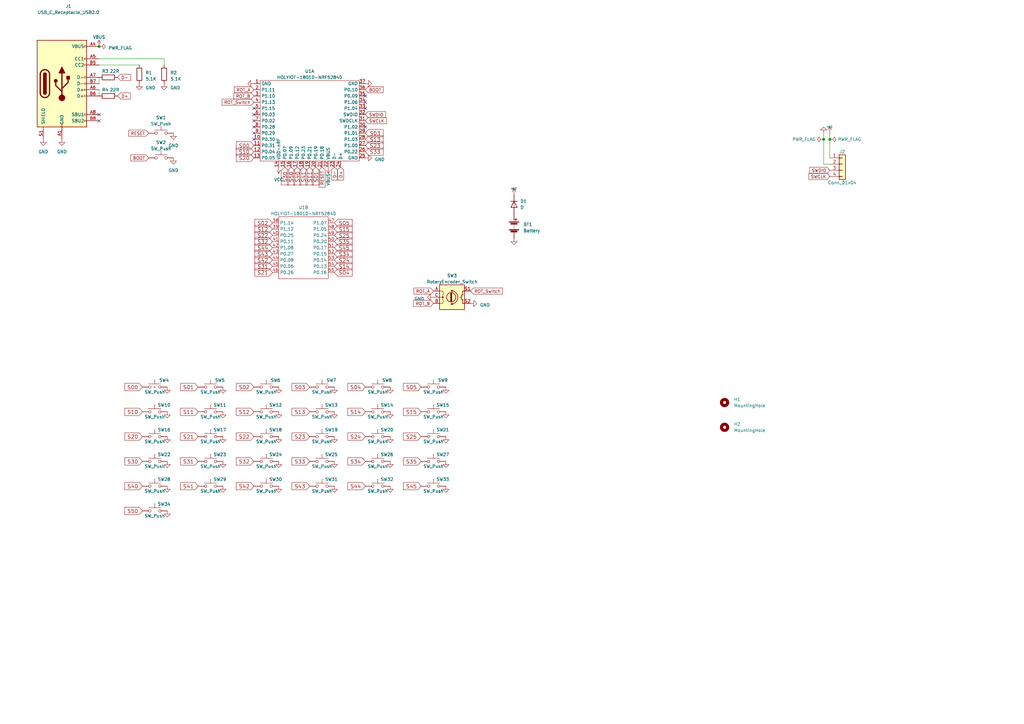
<source format=kicad_sch>
(kicad_sch (version 20210621) (generator eeschema)
  (paper "A3")
  (title_block (date "29 sep 2012"))
  (lib_symbols
    (symbol "Connector:USB_C_Receptacle_USB2.0" (pin_names (offset 1.016))
      (property "Reference" "J" (at -10.16 19.05 0))
      (property "Value" "USB_C_Receptacle_USB2.0" (at 19.05 19.05 0))
      (symbol "USB_C_Receptacle_USB2.0_0_0"
        (rectangle (start -0.254 -17.78) (end 0.254 -16.764))
        (rectangle (start 10.16 -14.986) (end 9.144 -15.494))
        (rectangle (start 10.16 -12.446) (end 9.144 -12.954))
        (rectangle (start 10.16 -4.826) (end 9.144 -5.334))
        (rectangle (start 10.16 -2.286) (end 9.144 -2.794))
        (rectangle (start 10.16 0.254) (end 9.144 -0.254))
        (rectangle (start 10.16 2.794) (end 9.144 2.286))
        (rectangle (start 10.16 7.874) (end 9.144 7.366))
        (rectangle (start 10.16 10.414) (end 9.144 9.906))
        (rectangle (start 10.16 15.494) (end 9.144 14.986))
      )
      (symbol "USB_C_Receptacle_USB2.0_0_1"
        (arc (start -8.89 -3.81) (end -5.08 -3.81) (radius (at -6.985 -3.81) (length 1.905) (angles -179.9 -0.1)) (stroke (width 0.508)))
        (arc (start -7.62 -3.81) (end -6.35 -3.81) (radius (at -6.985 -3.81) (length 0.635) (angles -179.9 -0.1)) (stroke (width 0.254)))
        (arc (start -6.35 3.81) (end -7.62 3.81) (radius (at -6.985 3.81) (length 0.635) (angles 0.1 179.9)) (stroke (width 0.254)))
        (arc (start -5.08 3.81) (end -8.89 3.81) (radius (at -6.985 3.81) (length 1.905) (angles 0.1 179.9)) (stroke (width 0.508)))
        (arc (start -7.62 -3.81) (end -6.35 -3.81) (radius (at -6.985 -3.81) (length 0.635) (angles -179.9 -0.1)) (stroke (width 0.254)) (fill (type outline)))
        (arc (start -6.35 3.81) (end -7.62 3.81) (radius (at -6.985 3.81) (length 0.635) (angles 0.1 179.9)) (stroke (width 0.254)) (fill (type outline)))
        (circle (center -2.54 1.143) (radius 0.635) (stroke (width 0.254)) (fill (type outline)))
        (circle (center 0 -5.842) (radius 1.27) (fill (type outline)))
        (rectangle (start -7.62 -3.81) (end -6.35 3.81) (stroke (width 0.254)) (fill (type outline)))
        (rectangle (start 1.905 1.778) (end 3.175 3.048) (stroke (width 0.254)) (fill (type outline)))
        (rectangle (start -10.16 17.78) (end 10.16 -17.78) (stroke (width 0.254)) (fill (type background)))
        (polyline (pts (xy -8.89 -3.81) (xy -8.89 3.81)) (stroke (width 0.508)))
        (polyline (pts (xy -5.08 3.81) (xy -5.08 -3.81)) (stroke (width 0.508)))
        (polyline (pts (xy 0 -5.842) (xy 0 4.318)) (stroke (width 0.508)))
        (polyline (pts (xy 0 -3.302) (xy -2.54 -0.762) (xy -2.54 0.508)) (stroke (width 0.508)))
        (polyline (pts (xy 0 -2.032) (xy 2.54 0.508) (xy 2.54 1.778)) (stroke (width 0.508)))
        (polyline (pts (xy -1.27 4.318) (xy 0 6.858) (xy 1.27 4.318) (xy -1.27 4.318)) (stroke (width 0.254)) (fill (type outline)))
      )
      (symbol "USB_C_Receptacle_USB2.0_1_1"
        (pin passive line (at 0 -22.86 90) (length 5.08) (name "GND") (number "A1"))
        (pin passive line (at 0 -22.86 90) (length 5.08) hide (name "GND") (number "A12"))
        (pin passive line (at 15.24 15.24 180) (length 5.08) (name "VBUS") (number "A4"))
        (pin bidirectional line (at 15.24 10.16 180) (length 5.08) (name "CC1") (number "A5"))
        (pin bidirectional line (at 15.24 -2.54 180) (length 5.08) (name "D+") (number "A6"))
        (pin bidirectional line (at 15.24 2.54 180) (length 5.08) (name "D-") (number "A7"))
        (pin bidirectional line (at 15.24 -12.7 180) (length 5.08) (name "SBU1") (number "A8"))
        (pin passive line (at 15.24 15.24 180) (length 5.08) hide (name "VBUS") (number "A9"))
        (pin passive line (at 0 -22.86 90) (length 5.08) hide (name "GND") (number "B1"))
        (pin passive line (at 0 -22.86 90) (length 5.08) hide (name "GND") (number "B12"))
        (pin passive line (at 15.24 15.24 180) (length 5.08) hide (name "VBUS") (number "B4"))
        (pin bidirectional line (at 15.24 7.62 180) (length 5.08) (name "CC2") (number "B5"))
        (pin bidirectional line (at 15.24 -5.08 180) (length 5.08) (name "D+") (number "B6"))
        (pin bidirectional line (at 15.24 0 180) (length 5.08) (name "D-") (number "B7"))
        (pin bidirectional line (at 15.24 -15.24 180) (length 5.08) (name "SBU2") (number "B8"))
        (pin passive line (at 15.24 15.24 180) (length 5.08) hide (name "VBUS") (number "B9"))
        (pin passive line (at -7.62 -22.86 90) (length 5.08) (name "SHIELD") (number "S1"))
      )
    )
    (symbol "Connector_Generic:Conn_01x04" (pin_names (offset 1.016) hide)
      (property "Reference" "J" (at 0 5.08 0))
      (property "Value" "Conn_01x04" (at 0 -7.62 0))
      (symbol "Conn_01x04_1_1"
        (rectangle (start -1.27 -4.953) (end 0 -5.207) (stroke (width 0.1524)))
        (rectangle (start -1.27 -2.413) (end 0 -2.667) (stroke (width 0.1524)))
        (rectangle (start -1.27 0.127) (end 0 -0.127) (stroke (width 0.1524)))
        (rectangle (start -1.27 2.667) (end 0 2.413) (stroke (width 0.1524)))
        (rectangle (start -1.27 3.81) (end 1.27 -6.35) (stroke (width 0.254)) (fill (type background)))
        (pin passive line (at -5.08 2.54 0) (length 3.81) (name "Pin_1") (number "1"))
        (pin passive line (at -5.08 0 0) (length 3.81) (name "Pin_2") (number "2"))
        (pin passive line (at -5.08 -2.54 0) (length 3.81) (name "Pin_3") (number "3"))
        (pin passive line (at -5.08 -5.08 0) (length 3.81) (name "Pin_4") (number "4"))
      )
    )
    (symbol "Device:Battery" (pin_numbers hide) (pin_names (offset 0) hide)
      (property "Reference" "BT" (at 2.54 2.54 0))
      (property "Value" "Battery" (at 2.54 0 0))
      (symbol "Battery_0_1"
        (rectangle (start -2.032 -1.397) (end 2.032 -1.651) (fill (type outline)))
        (rectangle (start -2.032 1.778) (end 2.032 1.524) (fill (type outline)))
        (rectangle (start -1.3208 -1.9812) (end 1.27 -2.4892) (fill (type outline)))
        (rectangle (start -1.3208 1.1938) (end 1.27 0.6858) (fill (type outline)))
        (polyline (pts (xy 0 -1.524) (xy 0 -1.27)))
        (polyline (pts (xy 0 -1.016) (xy 0 -0.762)))
        (polyline (pts (xy 0 -0.508) (xy 0 -0.254)))
        (polyline (pts (xy 0 0) (xy 0 0.254)))
        (polyline (pts (xy 0 0.508) (xy 0 0.762)))
        (polyline (pts (xy 0 1.778) (xy 0 2.54)))
        (polyline (pts (xy 0.254 2.667) (xy 1.27 2.667)) (stroke (width 0.254)))
        (polyline (pts (xy 0.762 3.175) (xy 0.762 2.159)) (stroke (width 0.254)))
      )
      (symbol "Battery_1_1"
        (pin passive line (at 0 5.08 270) (length 2.54) (name "+") (number "1"))
        (pin passive line (at 0 -5.08 90) (length 2.54) (name "-") (number "2"))
      )
    )
    (symbol "Device:D" (pin_numbers hide) (pin_names (offset 1.016) hide)
      (property "Reference" "D" (at 0 2.54 0))
      (property "Value" "D" (at 0 -2.54 0))
      (symbol "D_0_1"
        (polyline (pts (xy -1.27 1.27) (xy -1.27 -1.27)) (stroke (width 0.254)))
        (polyline (pts (xy 1.27 0) (xy -1.27 0)))
        (polyline (pts (xy 1.27 1.27) (xy 1.27 -1.27) (xy -1.27 0) (xy 1.27 1.27)) (stroke (width 0.254)))
      )
      (symbol "D_1_1"
        (pin passive line (at -3.81 0 0) (length 2.54) (name "K") (number "1"))
        (pin passive line (at 3.81 0 180) (length 2.54) (name "A") (number "2"))
      )
    )
    (symbol "Device:R" (pin_numbers hide) (pin_names (offset 0))
      (property "Reference" "R" (at 2.032 0 90))
      (property "Value" "R" (at 0 0 90))
      (symbol "R_0_1"
        (rectangle (start -1.016 -2.54) (end 1.016 2.54) (stroke (width 0.254)))
      )
      (symbol "R_1_1"
        (pin passive line (at 0 3.81 270) (length 1.27) (name "~") (number "1"))
        (pin passive line (at 0 -3.81 90) (length 1.27) (name "~") (number "2"))
      )
    )
    (symbol "Device:RotaryEncoder_Switch" (pin_names (offset 0.254) hide)
      (property "Reference" "SW" (at 0 6.604 0))
      (property "Value" "RotaryEncoder_Switch" (at 0 -6.604 0))
      (symbol "RotaryEncoder_Switch_0_1"
        (arc (start -0.381 -2.794) (end -0.381 2.667) (radius (at -0.381 -0.0508) (length 2.7432) (angles -89.9 89.9)) (stroke (width 0.254)))
        (circle (center -0.381 0) (radius 1.905) (stroke (width 0.254)))
        (circle (center 4.318 -1.016) (radius 0.127) (stroke (width 0.254)))
        (circle (center 4.318 1.016) (radius 0.127) (stroke (width 0.254)))
        (circle (center -3.81 0) (radius 0.254) (fill (type outline)))
        (rectangle (start -5.08 5.08) (end 5.08 -5.08) (stroke (width 0.254)) (fill (type background)))
        (polyline (pts (xy -0.635 -1.778) (xy -0.635 1.778)) (stroke (width 0.254)))
        (polyline (pts (xy -0.381 -1.778) (xy -0.381 1.778)) (stroke (width 0.254)))
        (polyline (pts (xy -0.127 1.778) (xy -0.127 -1.778)) (stroke (width 0.254)))
        (polyline (pts (xy 3.81 0) (xy 3.429 0)) (stroke (width 0.254)))
        (polyline (pts (xy 3.81 1.016) (xy 3.81 -1.016)) (stroke (width 0.254)))
        (polyline (pts (xy -5.08 -2.54) (xy -3.81 -2.54) (xy -3.81 -2.032)))
        (polyline (pts (xy -5.08 2.54) (xy -3.81 2.54) (xy -3.81 2.032)))
        (polyline (pts (xy 0.254 -3.048) (xy -0.508 -2.794) (xy 0.127 -2.413)) (stroke (width 0.254)))
        (polyline (pts (xy 0.254 2.921) (xy -0.508 2.667) (xy 0.127 2.286)) (stroke (width 0.254)))
        (polyline (pts (xy 5.08 -2.54) (xy 4.318 -2.54) (xy 4.318 -1.016)) (stroke (width 0.254)))
        (polyline (pts (xy 5.08 2.54) (xy 4.318 2.54) (xy 4.318 1.016)) (stroke (width 0.254)))
        (polyline (pts (xy -5.08 0) (xy -3.81 0) (xy -3.81 -1.016) (xy -3.302 -2.032)))
        (polyline (pts (xy -4.318 0) (xy -3.81 0) (xy -3.81 1.016) (xy -3.302 2.032)))
      )
      (symbol "RotaryEncoder_Switch_1_1"
        (pin passive line (at -7.62 2.54 0) (length 2.54) (name "A") (number "A"))
        (pin passive line (at -7.62 -2.54 0) (length 2.54) (name "B") (number "B"))
        (pin passive line (at -7.62 0 0) (length 2.54) (name "C") (number "C"))
        (pin passive line (at 7.62 2.54 180) (length 2.54) (name "S1") (number "S1"))
        (pin passive line (at 7.62 -2.54 180) (length 2.54) (name "S2") (number "S2"))
      )
    )
    (symbol "Mechanical:MountingHole" (pin_names (offset 1.016))
      (property "Reference" "H" (at 0 5.08 0))
      (property "Value" "MountingHole" (at 0 3.175 0))
      (symbol "MountingHole_0_1"
        (circle (center 0 0) (radius 1.27) (stroke (width 1.27)))
      )
    )
    (symbol "Switch:SW_Push" (pin_numbers hide) (pin_names (offset 1.016) hide)
      (property "Reference" "SW" (at 1.27 2.54 0))
      (property "Value" "SW_Push" (at 0 -1.524 0))
      (symbol "SW_Push_0_1"
        (circle (center -2.032 0) (radius 0.508))
        (circle (center 2.032 0) (radius 0.508))
        (polyline (pts (xy 0 1.27) (xy 0 3.048)))
        (polyline (pts (xy 2.54 1.27) (xy -2.54 1.27)))
        (pin passive line (at -5.08 0 0) (length 2.54) (name "1") (number "1"))
        (pin passive line (at 5.08 0 180) (length 2.54) (name "2") (number "2"))
      )
    )
    (symbol "blackwing:HOLYIOT-18010-NRF52840_1"
      (property "Reference" "U" (at 0 0 0))
      (property "Value" "HOLYIOT-18010-NRF52840" (at 0 0 0))
      (symbol "HOLYIOT-18010-NRF52840_1_1_1"
        (rectangle (start -20.32 -2.54) (end 20.32 -35.56) (stroke (width 0.1524)))
        (pin power_in line (at -22.86 -3.81 0) (length 2.54) (name "GND") (number "1"))
        (pin bidirectional line (at -22.86 -26.67 0) (length 2.54) (name "P0.30") (number "10"))
        (pin bidirectional line (at -22.86 -29.21 0) (length 2.54) (name "P0.31") (number "11"))
        (pin bidirectional line (at -22.86 -31.75 0) (length 2.54) (name "P0.04") (number "12"))
        (pin bidirectional line (at -22.86 -34.29 0) (length 2.54) (name "P0.05") (number "13"))
        (pin power_in line (at -12.7 -38.1 90) (length 2.54) (name "VDD-nRF") (number "14"))
        (pin bidirectional line (at -10.16 -38.1 90) (length 2.54) (name "P0.07") (number "15"))
        (pin bidirectional line (at -7.62 -38.1 90) (length 2.54) (name "P1.09") (number "16"))
        (pin bidirectional line (at -5.08 -38.1 90) (length 2.54) (name "P0.12") (number "17"))
        (pin bidirectional line (at -2.54 -38.1 90) (length 2.54) (name "P0.23") (number "18"))
        (pin bidirectional line (at 0 -38.1 90) (length 2.54) (name "P0.21") (number "19"))
        (pin bidirectional line (at -22.86 -6.35 0) (length 2.54) (name "P1.11") (number "2"))
        (pin bidirectional line (at 2.54 -38.1 90) (length 2.54) (name "P0.19") (number "20"))
        (pin bidirectional line (at 5.08 -38.1 90) (length 2.54) (name "P0.18") (number "21"))
        (pin power_in line (at 7.62 -38.1 90) (length 2.54) (name "VBUS") (number "22"))
        (pin bidirectional line (at 10.16 -38.1 90) (length 2.54) (name "D-") (number "23"))
        (pin bidirectional line (at 12.7 -38.1 90) (length 2.54) (name "D+") (number "24"))
        (pin power_in line (at 22.86 -3.81 180) (length 2.54) (name "GND") (number "25"))
        (pin bidirectional line (at 22.86 -6.35 180) (length 2.54) (name "P0.22") (number "26"))
        (pin bidirectional line (at 22.86 -8.89 180) (length 2.54) (name "P1.00") (number "27"))
        (pin bidirectional line (at 22.86 -11.43 180) (length 2.54) (name "P1.03") (number "28"))
        (pin bidirectional line (at 22.86 -13.97 180) (length 2.54) (name "P1.01") (number "29"))
        (pin bidirectional line (at -22.86 -8.89 0) (length 2.54) (name "P1.10") (number "3"))
        (pin bidirectional line (at 22.86 -16.51 180) (length 2.54) (name "P1.02") (number "30"))
        (pin bidirectional line (at 22.86 -19.05 180) (length 2.54) (name "SWDCLK") (number "31"))
        (pin bidirectional line (at 22.86 -21.59 180) (length 2.54) (name "SWDIO") (number "32"))
        (pin bidirectional line (at 22.86 -24.13 180) (length 2.54) (name "P1.04") (number "33"))
        (pin bidirectional line (at 22.86 -26.67 180) (length 2.54) (name "P1.06") (number "34"))
        (pin bidirectional line (at 22.86 -29.21 180) (length 2.54) (name "P0.09") (number "35"))
        (pin bidirectional line (at 22.86 -31.75 180) (length 2.54) (name "P0.10") (number "36"))
        (pin power_in line (at 22.86 -34.29 180) (length 2.54) (name "GND") (number "37"))
        (pin bidirectional line (at -22.86 -11.43 0) (length 2.54) (name "P1.13") (number "4"))
        (pin bidirectional line (at -22.86 -13.97 0) (length 2.54) (name "P1.15") (number "5"))
        (pin bidirectional line (at -22.86 -16.51 0) (length 2.54) (name "P0.03") (number "6"))
        (pin bidirectional line (at -22.86 -19.05 0) (length 2.54) (name "P0.02") (number "7"))
        (pin bidirectional line (at -22.86 -21.59 0) (length 2.54) (name "P0.28") (number "8"))
        (pin bidirectional line (at -22.86 -24.13 0) (length 2.54) (name "P0.29") (number "9"))
      )
      (symbol "HOLYIOT-18010-NRF52840_1_2_1"
        (rectangle (start 10.16 -27.94) (end -10.16 -2.54) (stroke (width 0.1524)))
        (pin bidirectional line (at -12.7 -5.08 0) (length 2.54) (name "P1.14") (number "38"))
        (pin bidirectional line (at -12.7 -7.62 0) (length 2.54) (name "P1.12") (number "39"))
        (pin bidirectional line (at -12.7 -10.16 0) (length 2.54) (name "P0.25") (number "40"))
        (pin bidirectional line (at -12.7 -12.7 0) (length 2.54) (name "P0.11") (number "41"))
        (pin bidirectional line (at -12.7 -15.24 0) (length 2.54) (name "P1.08") (number "42"))
        (pin bidirectional line (at -12.7 -17.78 0) (length 2.54) (name "P0.27") (number "43"))
        (pin bidirectional line (at -12.7 -20.32 0) (length 2.54) (name "P0.08") (number "44"))
        (pin bidirectional line (at -12.7 -22.86 0) (length 2.54) (name "P0.06") (number "45"))
        (pin bidirectional line (at -12.7 -25.4 0) (length 2.54) (name "P0.26") (number "46"))
        (pin bidirectional line (at 12.7 -5.08 180) (length 2.54) (name "P1.07") (number "47"))
        (pin bidirectional line (at 12.7 -7.62 180) (length 2.54) (name "P1.05") (number "48"))
        (pin bidirectional line (at 12.7 -10.16 180) (length 2.54) (name "P0.24") (number "49"))
        (pin bidirectional line (at 12.7 -12.7 180) (length 2.54) (name "P0.20") (number "50"))
        (pin bidirectional line (at 12.7 -15.24 180) (length 2.54) (name "P0.17") (number "51"))
        (pin bidirectional line (at 12.7 -17.78 180) (length 2.54) (name "P0.15") (number "52"))
        (pin bidirectional line (at 12.7 -20.32 180) (length 2.54) (name "P0.14") (number "53"))
        (pin bidirectional line (at 12.7 -22.86 180) (length 2.54) (name "P0.13") (number "54"))
        (pin bidirectional line (at 12.7 -25.4 180) (length 2.54) (name "P0.16") (number "55"))
      )
    )
    (symbol "blackwing:HOLYIOT-18010-NRF52840_2"
      (property "Reference" "U1" (at 0 1.27 0))
      (property "Value" "HOLYIOT-18010-NRF52840" (at 0 -1.27 0))
      (symbol "HOLYIOT-18010-NRF52840_2_1_1"
        (rectangle (start -20.32 -2.54) (end 20.32 -35.56) (stroke (width 0.1524)))
        (pin power_in line (at -22.86 -3.81 0) (length 2.54) (name "GND") (number "1"))
        (pin bidirectional line (at -22.86 -26.67 0) (length 2.54) (name "P0.30") (number "10"))
        (pin bidirectional line (at -22.86 -29.21 0) (length 2.54) (name "P0.31") (number "11"))
        (pin bidirectional line (at -22.86 -31.75 0) (length 2.54) (name "P0.04") (number "12"))
        (pin bidirectional line (at -22.86 -34.29 0) (length 2.54) (name "P0.05") (number "13"))
        (pin power_in line (at -12.7 -38.1 90) (length 2.54) (name "VDD-nRF") (number "14"))
        (pin bidirectional line (at -10.16 -38.1 90) (length 2.54) (name "P0.07") (number "15"))
        (pin bidirectional line (at -7.62 -38.1 90) (length 2.54) (name "P1.09") (number "16"))
        (pin bidirectional line (at -5.08 -38.1 90) (length 2.54) (name "P0.12") (number "17"))
        (pin bidirectional line (at -2.54 -38.1 90) (length 2.54) (name "P0.23") (number "18"))
        (pin bidirectional line (at 0 -38.1 90) (length 2.54) (name "P0.21") (number "19"))
        (pin bidirectional line (at -22.86 -6.35 0) (length 2.54) (name "P1.11") (number "2"))
        (pin bidirectional line (at 2.54 -38.1 90) (length 2.54) (name "P0.19") (number "20"))
        (pin bidirectional line (at 5.08 -38.1 90) (length 2.54) (name "P0.18") (number "21"))
        (pin power_in line (at 7.62 -38.1 90) (length 2.54) (name "VBUS") (number "22"))
        (pin bidirectional line (at 10.16 -38.1 90) (length 2.54) (name "D-") (number "23"))
        (pin bidirectional line (at 12.7 -38.1 90) (length 2.54) (name "D+") (number "24"))
        (pin power_in line (at 22.86 -34.29 180) (length 2.54) (name "GND") (number "25"))
        (pin bidirectional line (at 22.86 -31.75 180) (length 2.54) (name "P0.22") (number "26"))
        (pin bidirectional line (at 22.86 -29.21 180) (length 2.54) (name "P1.00") (number "27"))
        (pin bidirectional line (at 22.86 -26.67 180) (length 2.54) (name "P1.03") (number "28"))
        (pin bidirectional line (at 22.86 -24.13 180) (length 2.54) (name "P1.01") (number "29"))
        (pin bidirectional line (at -22.86 -8.89 0) (length 2.54) (name "P1.10") (number "3"))
        (pin bidirectional line (at 22.86 -21.59 180) (length 2.54) (name "P1.02") (number "30"))
        (pin bidirectional line (at 22.86 -19.05 180) (length 2.54) (name "SWDCLK") (number "31"))
        (pin bidirectional line (at 22.86 -16.51 180) (length 2.54) (name "SWDIO") (number "32"))
        (pin bidirectional line (at 22.86 -13.97 180) (length 2.54) (name "P1.04") (number "33"))
        (pin bidirectional line (at 22.86 -11.43 180) (length 2.54) (name "P1.06") (number "34"))
        (pin bidirectional line (at 22.86 -8.89 180) (length 2.54) (name "P0.09") (number "35"))
        (pin bidirectional line (at 22.86 -6.35 180) (length 2.54) (name "P0.10") (number "36"))
        (pin power_in line (at 22.86 -3.81 180) (length 2.54) (name "GND") (number "37"))
        (pin bidirectional line (at -22.86 -11.43 0) (length 2.54) (name "P1.13") (number "4"))
        (pin bidirectional line (at -22.86 -13.97 0) (length 2.54) (name "P1.15") (number "5"))
        (pin bidirectional line (at -22.86 -16.51 0) (length 2.54) (name "P0.03") (number "6"))
        (pin bidirectional line (at -22.86 -19.05 0) (length 2.54) (name "P0.02") (number "7"))
        (pin bidirectional line (at -22.86 -21.59 0) (length 2.54) (name "P0.28") (number "8"))
        (pin bidirectional line (at -22.86 -24.13 0) (length 2.54) (name "P0.29") (number "9"))
      )
      (symbol "HOLYIOT-18010-NRF52840_2_2_1"
        (rectangle (start 10.16 -27.94) (end -10.16 -2.54) (stroke (width 0.1524)))
        (pin bidirectional line (at -12.7 -5.08 0) (length 2.54) (name "P1.14") (number "38"))
        (pin bidirectional line (at -12.7 -7.62 0) (length 2.54) (name "P1.12") (number "39"))
        (pin bidirectional line (at -12.7 -10.16 0) (length 2.54) (name "P0.25") (number "40"))
        (pin bidirectional line (at -12.7 -12.7 0) (length 2.54) (name "P0.11") (number "41"))
        (pin bidirectional line (at -12.7 -15.24 0) (length 2.54) (name "P1.08") (number "42"))
        (pin bidirectional line (at -12.7 -17.78 0) (length 2.54) (name "P0.27") (number "43"))
        (pin bidirectional line (at -12.7 -20.32 0) (length 2.54) (name "P0.08") (number "44"))
        (pin bidirectional line (at -12.7 -22.86 0) (length 2.54) (name "P0.06") (number "45"))
        (pin bidirectional line (at -12.7 -25.4 0) (length 2.54) (name "P0.26") (number "46"))
        (pin bidirectional line (at 12.7 -5.08 180) (length 2.54) (name "P1.07") (number "47"))
        (pin bidirectional line (at 12.7 -7.62 180) (length 2.54) (name "P1.05") (number "48"))
        (pin bidirectional line (at 12.7 -10.16 180) (length 2.54) (name "P0.24") (number "49"))
        (pin bidirectional line (at 12.7 -12.7 180) (length 2.54) (name "P0.20") (number "50"))
        (pin bidirectional line (at 12.7 -15.24 180) (length 2.54) (name "P0.17") (number "51"))
        (pin bidirectional line (at 12.7 -17.78 180) (length 2.54) (name "P0.15") (number "52"))
        (pin bidirectional line (at 12.7 -20.32 180) (length 2.54) (name "P0.14") (number "53"))
        (pin bidirectional line (at 12.7 -22.86 180) (length 2.54) (name "P0.13") (number "54"))
        (pin bidirectional line (at 12.7 -25.4 180) (length 2.54) (name "P0.16") (number "55"))
      )
    )
    (symbol "power:GND" (power) (pin_names (offset 0))
      (property "Value" "GND" (at 0 -3.81 0))
      (symbol "GND_0_1"
        (polyline (pts (xy 0 0) (xy 0 -1.27) (xy 1.27 -1.27) (xy 0 -2.54) (xy -1.27 -1.27) (xy 0 -1.27)))
      )
      (symbol "GND_1_1"
        (pin power_in line (at 0 0 270) (length 0) hide (name "GND") (number "1"))
      )
    )
    (symbol "power:PWR_FLAG" (power) (pin_numbers hide) (pin_names (offset 0) hide)
      (property "Value" "PWR_FLAG" (at 0 3.81 0))
      (symbol "PWR_FLAG_0_0"
        (pin power_out line (at 0 0 90) (length 0) (name "pwr") (number "1"))
      )
      (symbol "PWR_FLAG_0_1"
        (polyline (pts (xy 0 0) (xy 0 1.27) (xy -1.016 1.905) (xy 0 2.54) (xy 1.016 1.905) (xy 0 1.27)))
      )
    )
    (symbol "power:VBUS" (power) (pin_names (offset 0))
      (property "Value" "VBUS" (at 0 3.81 0))
      (symbol "VBUS_0_1"
        (polyline (pts (xy -0.762 1.27) (xy 0 2.54)))
        (polyline (pts (xy 0 0) (xy 0 2.54)))
        (polyline (pts (xy 0 2.54) (xy 0.762 1.27)))
      )
      (symbol "VBUS_1_1"
        (pin power_in line (at 0 0 90) (length 0) hide (name "VBUS") (number "1"))
      )
    )
    (symbol "power:VCC" (power) (pin_names (offset 0))
      (property "Value" "VCC" (at 0 3.81 0))
      (symbol "VCC_0_1"
        (polyline (pts (xy -0.762 1.27) (xy 0 2.54)))
        (polyline (pts (xy 0 0) (xy 0 2.54)))
        (polyline (pts (xy 0 2.54) (xy 0.762 1.27)))
      )
      (symbol "VCC_1_1"
        (pin power_in line (at 0 0 90) (length 0) hide (name "VCC") (number "1"))
      )
    )
  )
  (junction (at 40.64 19.05) (diameter 1.016))
  (junction (at 337.82 57.15) (diameter 1.016))
  (junction (at 340.36 57.15) (diameter 1.016))
  (no_connect (at 40.64 46.99))
  (no_connect (at 40.64 49.53))
  (no_connect (at 104.14 44.45))
  (no_connect (at 104.14 46.99))
  (no_connect (at 104.14 49.53))
  (no_connect (at 104.14 52.07))
  (no_connect (at 104.14 54.61))
  (no_connect (at 104.14 57.15))
  (no_connect (at 149.86 39.37))
  (no_connect (at 149.86 41.91))
  (no_connect (at 149.86 44.45))
  (no_connect (at 149.86 52.07))
  (wire (pts (xy 40.64 24.13) (xy 67.31 24.13)))
  (wire (pts (xy 40.64 26.67) (xy 57.15 26.67)))
  (wire (pts (xy 40.64 31.75) (xy 40.64 34.29)))
  (wire (pts (xy 40.64 36.83) (xy 40.64 39.37)))
  (wire (pts (xy 67.31 24.13) (xy 67.31 26.67)))
  (wire (pts (xy 337.82 54.61) (xy 337.82 57.15)))
  (wire (pts (xy 337.82 57.15) (xy 337.82 67.31)))
  (wire (pts (xy 337.82 67.31) (xy 340.36 67.31)))
  (wire (pts (xy 340.36 54.61) (xy 340.36 57.15)))
  (wire (pts (xy 340.36 57.15) (xy 340.36 64.77)))
  (global_label "D-" (shape input) (at 48.26 31.75 0) (property "Intersheet References" "${INTERSHEET_REFS}" (effects hide)))
  (global_label "D+" (shape input) (at 48.26 39.37 0) (property "Intersheet References" "${INTERSHEET_REFS}" (effects hide)))
  (global_label "S00" (shape input) (at 58.42 158.75 180) (effects (font (size 1.524 1.524))) (property "Intersheet References" "${INTERSHEET_REFS}" (effects hide)))
  (global_label "S10" (shape input) (at 58.42 168.91 180) (effects (font (size 1.524 1.524))) (property "Intersheet References" "${INTERSHEET_REFS}" (effects hide)))
  (global_label "S20" (shape input) (at 58.42 179.07 180) (effects (font (size 1.524 1.524))) (property "Intersheet References" "${INTERSHEET_REFS}" (effects hide)))
  (global_label "S30" (shape input) (at 58.42 189.23 180) (effects (font (size 1.524 1.524))) (property "Intersheet References" "${INTERSHEET_REFS}" (effects hide)))
  (global_label "S40" (shape input) (at 58.42 199.39 180) (effects (font (size 1.524 1.524))) (property "Intersheet References" "${INTERSHEET_REFS}" (effects hide)))
  (global_label "S50" (shape input) (at 58.42 209.55 180) (effects (font (size 1.524 1.524))) (property "Intersheet References" "${INTERSHEET_REFS}" (effects hide)))
  (global_label "RESET" (shape input) (at 60.96 54.61 180) (property "Intersheet References" "${INTERSHEET_REFS}" (effects hide)))
  (global_label "BOOT" (shape input) (at 60.96 64.77 180) (property "Intersheet References" "${INTERSHEET_REFS}" (effects hide)))
  (global_label "S01" (shape input) (at 81.28 158.75 180) (effects (font (size 1.524 1.524))) (property "Intersheet References" "${INTERSHEET_REFS}" (effects hide)))
  (global_label "S11" (shape input) (at 81.28 168.91 180) (effects (font (size 1.524 1.524))) (property "Intersheet References" "${INTERSHEET_REFS}" (effects hide)))
  (global_label "S21" (shape input) (at 81.28 179.07 180) (effects (font (size 1.524 1.524))) (property "Intersheet References" "${INTERSHEET_REFS}" (effects hide)))
  (global_label "S31" (shape input) (at 81.28 189.23 180) (effects (font (size 1.524 1.524))) (property "Intersheet References" "${INTERSHEET_REFS}" (effects hide)))
  (global_label "S41" (shape input) (at 81.28 199.39 180) (effects (font (size 1.524 1.524))) (property "Intersheet References" "${INTERSHEET_REFS}" (effects hide)))
  (global_label "ROT_A" (shape input) (at 104.14 36.83 180) (property "Intersheet References" "${INTERSHEET_REFS}" (effects hide)))
  (global_label "ROT_B" (shape input) (at 104.14 39.37 180) (property "Intersheet References" "${INTERSHEET_REFS}" (effects hide)))
  (global_label "ROT_Switch" (shape input) (at 104.14 41.91 180) (property "Intersheet References" "${INTERSHEET_REFS}" (effects hide)))
  (global_label "S00" (shape input) (at 104.14 59.69 180) (effects (font (size 1.524 1.524))) (property "Intersheet References" "${INTERSHEET_REFS}" (effects hide)))
  (global_label "S10" (shape input) (at 104.14 62.23 180) (effects (font (size 1.524 1.524))) (property "Intersheet References" "${INTERSHEET_REFS}" (effects hide)))
  (global_label "S20" (shape input) (at 104.14 64.77 180) (effects (font (size 1.524 1.524))) (property "Intersheet References" "${INTERSHEET_REFS}" (effects hide)))
  (global_label "S02" (shape input) (at 104.14 158.75 180) (effects (font (size 1.524 1.524))) (property "Intersheet References" "${INTERSHEET_REFS}" (effects hide)))
  (global_label "S12" (shape input) (at 104.14 168.91 180) (effects (font (size 1.524 1.524))) (property "Intersheet References" "${INTERSHEET_REFS}" (effects hide)))
  (global_label "S22" (shape input) (at 104.14 179.07 180) (effects (font (size 1.524 1.524))) (property "Intersheet References" "${INTERSHEET_REFS}" (effects hide)))
  (global_label "S32" (shape input) (at 104.14 189.23 180) (effects (font (size 1.524 1.524))) (property "Intersheet References" "${INTERSHEET_REFS}" (effects hide)))
  (global_label "S42" (shape input) (at 104.14 199.39 180) (effects (font (size 1.524 1.524))) (property "Intersheet References" "${INTERSHEET_REFS}" (effects hide)))
  (global_label "S02" (shape input) (at 111.76 91.44 180) (effects (font (size 1.524 1.524))) (property "Intersheet References" "${INTERSHEET_REFS}" (effects hide)))
  (global_label "S12" (shape input) (at 111.76 93.98 180) (effects (font (size 1.524 1.524))) (property "Intersheet References" "${INTERSHEET_REFS}" (effects hide)))
  (global_label "S22" (shape input) (at 111.76 96.52 180) (effects (font (size 1.524 1.524))) (property "Intersheet References" "${INTERSHEET_REFS}" (effects hide)))
  (global_label "S32" (shape input) (at 111.76 99.06 180) (effects (font (size 1.524 1.524))) (property "Intersheet References" "${INTERSHEET_REFS}" (effects hide)))
  (global_label "S44" (shape input) (at 111.76 101.6 180) (effects (font (size 1.524 1.524))) (property "Intersheet References" "${INTERSHEET_REFS}" (effects hide)))
  (global_label "S43" (shape input) (at 111.76 104.14 180) (effects (font (size 1.524 1.524))) (property "Intersheet References" "${INTERSHEET_REFS}" (effects hide)))
  (global_label "S42" (shape input) (at 111.76 106.68 180) (effects (font (size 1.524 1.524))) (property "Intersheet References" "${INTERSHEET_REFS}" (effects hide)))
  (global_label "S31" (shape input) (at 111.76 109.22 180) (effects (font (size 1.524 1.524))) (property "Intersheet References" "${INTERSHEET_REFS}" (effects hide)))
  (global_label "S21" (shape input) (at 111.76 111.76 180) (effects (font (size 1.524 1.524))) (property "Intersheet References" "${INTERSHEET_REFS}" (effects hide)))
  (global_label "S30" (shape input) (at 116.84 68.58 270) (effects (font (size 1.524 1.524))) (property "Intersheet References" "${INTERSHEET_REFS}" (effects hide)))
  (global_label "S50" (shape input) (at 119.38 68.58 270) (effects (font (size 1.524 1.524))) (property "Intersheet References" "${INTERSHEET_REFS}" (effects hide)))
  (global_label "S40" (shape input) (at 121.92 68.58 270) (effects (font (size 1.524 1.524))) (property "Intersheet References" "${INTERSHEET_REFS}" (effects hide)))
  (global_label "S41" (shape input) (at 124.46 68.58 270) (effects (font (size 1.524 1.524))) (property "Intersheet References" "${INTERSHEET_REFS}" (effects hide)))
  (global_label "S11" (shape input) (at 127 68.58 270) (effects (font (size 1.524 1.524))) (property "Intersheet References" "${INTERSHEET_REFS}" (effects hide)))
  (global_label "S03" (shape input) (at 127 158.75 180) (effects (font (size 1.524 1.524))) (property "Intersheet References" "${INTERSHEET_REFS}" (effects hide)))
  (global_label "S13" (shape input) (at 127 168.91 180) (effects (font (size 1.524 1.524))) (property "Intersheet References" "${INTERSHEET_REFS}" (effects hide)))
  (global_label "S23" (shape input) (at 127 179.07 180) (effects (font (size 1.524 1.524))) (property "Intersheet References" "${INTERSHEET_REFS}" (effects hide)))
  (global_label "S33" (shape input) (at 127 189.23 180) (effects (font (size 1.524 1.524))) (property "Intersheet References" "${INTERSHEET_REFS}" (effects hide)))
  (global_label "S43" (shape input) (at 127 199.39 180) (effects (font (size 1.524 1.524))) (property "Intersheet References" "${INTERSHEET_REFS}" (effects hide)))
  (global_label "S01" (shape input) (at 129.54 68.58 270) (effects (font (size 1.524 1.524))) (property "Intersheet References" "${INTERSHEET_REFS}" (effects hide)))
  (global_label "RESET" (shape input) (at 132.08 68.58 270) (property "Intersheet References" "${INTERSHEET_REFS}" (effects hide)))
  (global_label "D-" (shape input) (at 137.16 68.58 270) (property "Intersheet References" "${INTERSHEET_REFS}" (effects hide)))
  (global_label "S05" (shape input) (at 137.16 91.44 0) (effects (font (size 1.524 1.524))) (property "Intersheet References" "${INTERSHEET_REFS}" (effects hide)))
  (global_label "S15" (shape input) (at 137.16 93.98 0) (effects (font (size 1.524 1.524))) (property "Intersheet References" "${INTERSHEET_REFS}" (effects hide)))
  (global_label "S25" (shape input) (at 137.16 96.52 0) (effects (font (size 1.524 1.524))) (property "Intersheet References" "${INTERSHEET_REFS}" (effects hide)))
  (global_label "S35" (shape input) (at 137.16 99.06 0) (effects (font (size 1.524 1.524))) (property "Intersheet References" "${INTERSHEET_REFS}" (effects hide)))
  (global_label "S45" (shape input) (at 137.16 101.6 0) (effects (font (size 1.524 1.524))) (property "Intersheet References" "${INTERSHEET_REFS}" (effects hide)))
  (global_label "S34" (shape input) (at 137.16 104.14 0) (effects (font (size 1.524 1.524))) (property "Intersheet References" "${INTERSHEET_REFS}" (effects hide)))
  (global_label "S24" (shape input) (at 137.16 106.68 0) (effects (font (size 1.524 1.524))) (property "Intersheet References" "${INTERSHEET_REFS}" (effects hide)))
  (global_label "S14" (shape input) (at 137.16 109.22 0) (effects (font (size 1.524 1.524))) (property "Intersheet References" "${INTERSHEET_REFS}" (effects hide)))
  (global_label "S04" (shape input) (at 137.16 111.76 0) (effects (font (size 1.524 1.524))) (property "Intersheet References" "${INTERSHEET_REFS}" (effects hide)))
  (global_label "D+" (shape input) (at 139.7 68.58 270) (property "Intersheet References" "${INTERSHEET_REFS}" (effects hide)))
  (global_label "BOOT" (shape input) (at 149.86 36.83 0) (property "Intersheet References" "${INTERSHEET_REFS}" (effects hide)))
  (global_label "SWDIO" (shape input) (at 149.86 46.99 0) (property "Intersheet References" "${INTERSHEET_REFS}" (effects hide)))
  (global_label "SWCLK" (shape input) (at 149.86 49.53 0) (property "Intersheet References" "${INTERSHEET_REFS}" (effects hide)))
  (global_label "S03" (shape input) (at 149.86 54.61 0) (effects (font (size 1.524 1.524))) (property "Intersheet References" "${INTERSHEET_REFS}" (effects hide)))
  (global_label "S13" (shape input) (at 149.86 57.15 0) (effects (font (size 1.524 1.524))) (property "Intersheet References" "${INTERSHEET_REFS}" (effects hide)))
  (global_label "S23" (shape input) (at 149.86 59.69 0) (effects (font (size 1.524 1.524))) (property "Intersheet References" "${INTERSHEET_REFS}" (effects hide)))
  (global_label "S33" (shape input) (at 149.86 62.23 0) (effects (font (size 1.524 1.524))) (property "Intersheet References" "${INTERSHEET_REFS}" (effects hide)))
  (global_label "S04" (shape input) (at 149.86 158.75 180) (effects (font (size 1.524 1.524))) (property "Intersheet References" "${INTERSHEET_REFS}" (effects hide)))
  (global_label "S14" (shape input) (at 149.86 168.91 180) (effects (font (size 1.524 1.524))) (property "Intersheet References" "${INTERSHEET_REFS}" (effects hide)))
  (global_label "S24" (shape input) (at 149.86 179.07 180) (effects (font (size 1.524 1.524))) (property "Intersheet References" "${INTERSHEET_REFS}" (effects hide)))
  (global_label "S34" (shape input) (at 149.86 189.23 180) (effects (font (size 1.524 1.524))) (property "Intersheet References" "${INTERSHEET_REFS}" (effects hide)))
  (global_label "S44" (shape input) (at 149.86 199.39 180) (effects (font (size 1.524 1.524))) (property "Intersheet References" "${INTERSHEET_REFS}" (effects hide)))
  (global_label "S05" (shape input) (at 172.72 158.75 180) (effects (font (size 1.524 1.524))) (property "Intersheet References" "${INTERSHEET_REFS}" (effects hide)))
  (global_label "S15" (shape input) (at 172.72 168.91 180) (effects (font (size 1.524 1.524))) (property "Intersheet References" "${INTERSHEET_REFS}" (effects hide)))
  (global_label "S25" (shape input) (at 172.72 179.07 180) (effects (font (size 1.524 1.524))) (property "Intersheet References" "${INTERSHEET_REFS}" (effects hide)))
  (global_label "S35" (shape input) (at 172.72 189.23 180) (effects (font (size 1.524 1.524))) (property "Intersheet References" "${INTERSHEET_REFS}" (effects hide)))
  (global_label "S45" (shape input) (at 172.72 199.39 180) (effects (font (size 1.524 1.524))) (property "Intersheet References" "${INTERSHEET_REFS}" (effects hide)))
  (global_label "ROT_A" (shape input) (at 177.8 119.38 180) (property "Intersheet References" "${INTERSHEET_REFS}" (effects hide)))
  (global_label "ROT_B" (shape input) (at 177.8 124.46 180) (property "Intersheet References" "${INTERSHEET_REFS}" (effects hide)))
  (global_label "ROT_Switch" (shape input) (at 193.04 119.38 0) (property "Intersheet References" "${INTERSHEET_REFS}" (effects hide)))
  (global_label "SWDIO" (shape input) (at 340.36 69.85 180) (property "Intersheet References" "${INTERSHEET_REFS}" (effects hide)))
  (global_label "SWCLK" (shape input) (at 340.36 72.39 180) (property "Intersheet References" "${INTERSHEET_REFS}" (effects hide)))
  (symbol (lib_id "power:VBUS") (at 40.64 19.05 0) (unit 1)
    (property "Reference" "#PWR01" (effects hide))
    (property "Value" "VBUS" (at 40.64 15.24 0))
  )
  (symbol (lib_id "power:VCC") (at 114.3 68.58 180) (unit 1)
    (property "Reference" "#PWR013" (effects hide))
    (property "Value" "VCC" (at 114.3 73.66 0))
  )
  (symbol (lib_id "power:VBUS") (at 134.62 68.58 180) (unit 1)
    (property "Reference" "#PWR014" (effects hide))
    (property "Value" "VBUS" (at 134.62 73.66 90))
  )
  (symbol (lib_id "power:VCC") (at 210.82 80.01 0) (mirror y) (unit 1)
    (property "Reference" "#PWR0101" (effects hide))
    (property "Value" "VCC" (at 210.82 77.47 0) (effects (font (size 0.762 0.762))))
  )
  (symbol (lib_id "power:VCC") (at 340.36 54.61 0) (mirror y) (unit 1)
    (property "Reference" "#PWR08" (effects hide))
    (property "Value" "VCC" (at 340.36 52.07 0) (effects (font (size 0.762 0.762))))
  )
  (symbol (lib_id "power:PWR_FLAG") (at 40.64 19.05 270) (unit 1)
    (property "Reference" "#FLG01" (effects hide))
    (property "Value" "PWR_FLAG" (at 44.45 19.6849 90) (effects (justify left)))
  )
  (symbol (lib_id "power:PWR_FLAG") (at 337.82 57.15 90) (unit 1)
    (property "Reference" "#FLG02" (effects hide))
    (property "Value" "PWR_FLAG" (at 334.5688 57.15 90) (effects (justify left)))
  )
  (symbol (lib_id "power:PWR_FLAG") (at 340.36 57.15 270) (unit 1)
    (property "Reference" "#FLG03" (effects hide))
    (property "Value" "PWR_FLAG" (at 343.6112 57.15 90) (effects (justify left)))
  )
  (symbol (lib_id "power:GND") (at 17.78 57.15 0) (unit 1)
    (property "Reference" "#PWR09" (effects hide))
    (property "Value" "GND" (at 17.78 62.23 0))
  )
  (symbol (lib_id "power:GND") (at 25.4 57.15 0) (unit 1)
    (property "Reference" "#PWR010" (effects hide))
    (property "Value" "GND" (at 25.4 62.23 0))
  )
  (symbol (lib_id "power:GND") (at 57.15 34.29 0) (unit 1)
    (property "Reference" "#PWR02" (effects hide))
    (property "Value" "GND" (at 59.69 36.0044 0) (effects (justify left)))
  )
  (symbol (lib_id "power:GND") (at 67.31 34.29 0) (unit 1)
    (property "Reference" "#PWR03" (effects hide))
    (property "Value" "GND" (at 69.85 36.0044 0) (effects (justify left)))
  )
  (symbol (lib_id "power:GND") (at 68.58 158.75 0) (unit 1)
    (property "Reference" "#PWR019" (effects hide))
    (property "Value" "GND" (effects hide))
  )
  (symbol (lib_id "power:GND") (at 68.58 168.91 0) (unit 1)
    (property "Reference" "#PWR025" (effects hide))
    (property "Value" "GND" (effects hide))
  )
  (symbol (lib_id "power:GND") (at 68.58 179.07 0) (unit 1)
    (property "Reference" "#PWR031" (effects hide))
    (property "Value" "GND" (effects hide))
  )
  (symbol (lib_id "power:GND") (at 68.58 189.23 0) (unit 1)
    (property "Reference" "#PWR037" (effects hide))
    (property "Value" "GND" (effects hide))
  )
  (symbol (lib_id "power:GND") (at 68.58 199.39 0) (unit 1)
    (property "Reference" "#PWR043" (effects hide))
    (property "Value" "GND" (effects hide))
  )
  (symbol (lib_id "power:GND") (at 68.58 209.55 0) (unit 1)
    (property "Reference" "#PWR049" (effects hide))
    (property "Value" "GND" (effects hide))
  )
  (symbol (lib_id "power:GND") (at 71.12 54.61 0) (unit 1)
    (property "Reference" "#PWR06" (effects hide))
    (property "Value" "GND" (at 71.12 59.69 0))
  )
  (symbol (lib_id "power:GND") (at 71.12 64.77 0) (unit 1)
    (property "Reference" "#PWR011" (effects hide))
    (property "Value" "GND" (at 71.12 69.85 0))
  )
  (symbol (lib_id "power:GND") (at 91.44 158.75 0) (unit 1)
    (property "Reference" "#PWR020" (effects hide))
    (property "Value" "GND" (effects hide))
  )
  (symbol (lib_id "power:GND") (at 91.44 168.91 0) (unit 1)
    (property "Reference" "#PWR026" (effects hide))
    (property "Value" "GND" (effects hide))
  )
  (symbol (lib_id "power:GND") (at 91.44 179.07 0) (unit 1)
    (property "Reference" "#PWR032" (effects hide))
    (property "Value" "GND" (effects hide))
  )
  (symbol (lib_id "power:GND") (at 91.44 189.23 0) (unit 1)
    (property "Reference" "#PWR038" (effects hide))
    (property "Value" "GND" (effects hide))
  )
  (symbol (lib_id "power:GND") (at 91.44 199.39 0) (unit 1)
    (property "Reference" "#PWR044" (effects hide))
    (property "Value" "GND" (effects hide))
  )
  (symbol (lib_id "power:GND") (at 104.14 34.29 270) (unit 1)
    (property "Reference" "#PWR04" (effects hide))
    (property "Value" "GND" (effects hide))
  )
  (symbol (lib_id "power:GND") (at 114.3 158.75 0) (unit 1)
    (property "Reference" "#PWR021" (effects hide))
    (property "Value" "GND" (effects hide))
  )
  (symbol (lib_id "power:GND") (at 114.3 168.91 0) (unit 1)
    (property "Reference" "#PWR027" (effects hide))
    (property "Value" "GND" (effects hide))
  )
  (symbol (lib_id "power:GND") (at 114.3 179.07 0) (unit 1)
    (property "Reference" "#PWR033" (effects hide))
    (property "Value" "GND" (effects hide))
  )
  (symbol (lib_id "power:GND") (at 114.3 189.23 0) (unit 1)
    (property "Reference" "#PWR039" (effects hide))
    (property "Value" "GND" (effects hide))
  )
  (symbol (lib_id "power:GND") (at 114.3 199.39 0) (unit 1)
    (property "Reference" "#PWR045" (effects hide))
    (property "Value" "GND" (effects hide))
  )
  (symbol (lib_id "power:GND") (at 137.16 158.75 0) (unit 1)
    (property "Reference" "#PWR022" (effects hide))
    (property "Value" "GND" (effects hide))
  )
  (symbol (lib_id "power:GND") (at 137.16 168.91 0) (unit 1)
    (property "Reference" "#PWR028" (effects hide))
    (property "Value" "GND" (effects hide))
  )
  (symbol (lib_id "power:GND") (at 137.16 179.07 0) (unit 1)
    (property "Reference" "#PWR034" (effects hide))
    (property "Value" "GND" (effects hide))
  )
  (symbol (lib_id "power:GND") (at 137.16 189.23 0) (unit 1)
    (property "Reference" "#PWR040" (effects hide))
    (property "Value" "GND" (effects hide))
  )
  (symbol (lib_id "power:GND") (at 137.16 199.39 0) (unit 1)
    (property "Reference" "#PWR046" (effects hide))
    (property "Value" "GND" (effects hide))
  )
  (symbol (lib_id "power:GND") (at 149.86 34.29 90) (unit 1)
    (property "Reference" "#PWR05" (effects hide))
    (property "Value" "GND" (effects hide))
  )
  (symbol (lib_id "power:GND") (at 149.86 64.77 90) (unit 1)
    (property "Reference" "#PWR012" (effects hide))
    (property "Value" "GND" (at 153.67 65.4049 90) (effects (justify right)))
  )
  (symbol (lib_id "power:GND") (at 160.02 158.75 0) (unit 1)
    (property "Reference" "#PWR023" (effects hide))
    (property "Value" "GND" (effects hide))
  )
  (symbol (lib_id "power:GND") (at 160.02 168.91 0) (unit 1)
    (property "Reference" "#PWR029" (effects hide))
    (property "Value" "GND" (effects hide))
  )
  (symbol (lib_id "power:GND") (at 160.02 179.07 0) (unit 1)
    (property "Reference" "#PWR035" (effects hide))
    (property "Value" "GND" (effects hide))
  )
  (symbol (lib_id "power:GND") (at 160.02 189.23 0) (unit 1)
    (property "Reference" "#PWR041" (effects hide))
    (property "Value" "GND" (effects hide))
  )
  (symbol (lib_id "power:GND") (at 160.02 199.39 0) (unit 1)
    (property "Reference" "#PWR047" (effects hide))
    (property "Value" "GND" (effects hide))
  )
  (symbol (lib_id "power:GND") (at 177.8 121.92 270) (unit 1)
    (property "Reference" "#PWR017" (effects hide))
    (property "Value" "GND" (at 173.99 122.5549 90) (effects (justify right)))
  )
  (symbol (lib_id "power:GND") (at 182.88 158.75 0) (unit 1)
    (property "Reference" "#PWR024" (effects hide))
    (property "Value" "GND" (effects hide))
  )
  (symbol (lib_id "power:GND") (at 182.88 168.91 0) (unit 1)
    (property "Reference" "#PWR030" (effects hide))
    (property "Value" "GND" (effects hide))
  )
  (symbol (lib_id "power:GND") (at 182.88 179.07 0) (unit 1)
    (property "Reference" "#PWR036" (effects hide))
    (property "Value" "GND" (effects hide))
  )
  (symbol (lib_id "power:GND") (at 182.88 189.23 0) (unit 1)
    (property "Reference" "#PWR042" (effects hide))
    (property "Value" "GND" (effects hide))
  )
  (symbol (lib_id "power:GND") (at 182.88 199.39 0) (unit 1)
    (property "Reference" "#PWR048" (effects hide))
    (property "Value" "GND" (effects hide))
  )
  (symbol (lib_id "power:GND") (at 193.04 124.46 90) (unit 1)
    (property "Reference" "#PWR018" (effects hide))
    (property "Value" "GND" (at 196.85 125.0949 90) (effects (justify right)))
  )
  (symbol (lib_id "power:GND") (at 210.82 97.79 0) (unit 1)
    (property "Reference" "#PWR016" (effects hide))
    (property "Value" "GND" (effects hide))
  )
  (symbol (lib_id "power:GND") (at 337.82 54.61 0) (mirror x) (unit 1)
    (property "Reference" "#PWR07" (effects hide))
    (property "Value" "GND" (effects hide))
  )
  (symbol (lib_id "Mechanical:MountingHole") (at 297.18 165.1 0) (unit 1)
    (property "Reference" "H1" (at 300.99 163.8299 0) (effects (justify left)))
    (property "Value" "MountingHole" (at 300.99 166.3699 0) (effects (justify left)))
    (property "Footprint" "MountingHole:MountingHole_2.7mm_M2.5_DIN965" (effects hide))
  )
  (symbol (lib_id "Mechanical:MountingHole") (at 297.18 175.26 0) (unit 1)
    (property "Reference" "H2" (at 300.99 173.9899 0) (effects (justify left)))
    (property "Value" "MountingHole" (at 300.99 176.5299 0) (effects (justify left)))
    (property "Footprint" "MountingHole:MountingHole_2.7mm_M2.5_DIN965" (effects hide))
  )
  (symbol (lib_id "Device:R") (at 44.45 31.75 90) (unit 1)
    (property "Reference" "R3" (at 43.18 29.21 90))
    (property "Value" "22R" (at 46.99 29.21 90))
    (property "Footprint" "Resistor_SMD:R_0402_1005Metric" (effects hide))
  )
  (symbol (lib_id "Device:R") (at 44.45 39.37 90) (unit 1)
    (property "Reference" "R4" (at 43.18 36.83 90))
    (property "Value" "22R" (at 46.99 36.83 90))
    (property "Footprint" "Resistor_SMD:R_0402_1005Metric" (effects hide))
  )
  (symbol (lib_id "Device:R") (at 57.15 30.48 180) (unit 1)
    (property "Reference" "R1" (at 59.69 29.8449 0) (effects (justify right)))
    (property "Value" "5.1K" (at 59.69 32.3849 0) (effects (justify right)))
    (property "Footprint" "Resistor_SMD:R_0603_1608Metric" (effects hide))
  )
  (symbol (lib_id "Device:R") (at 67.31 30.48 180) (unit 1)
    (property "Reference" "R2" (at 69.85 29.8449 0) (effects (justify right)))
    (property "Value" "5.1K" (at 69.85 32.3849 0) (effects (justify right)))
    (property "Footprint" "Resistor_SMD:R_0603_1608Metric" (effects hide))
  )
  (symbol (lib_id "Device:D") (at 210.82 83.82 270) (unit 1)
    (property "Reference" "D1" (at 213.36 82.5499 90) (effects (justify left)))
    (property "Value" "D" (at 213.36 85.0899 90) (effects (justify left)))
    (property "Footprint" "Diode_SMD:D_SOD-123" (effects hide))
  )
  (symbol (lib_id "Switch:SW_Push") (at 63.5 158.75 0) (unit 1)
    (property "Reference" "SW4" (at 67.31 155.956 0))
    (property "Value" "SW_Push" (at 63.5 160.782 0))
    (property "Footprint" "blackwing:SW_Cherry_MX_1.00u_PCB" (effects hide))
    (property "Datasheet" "~" (at 63.5 158.75 0) (effects (font (size 1.524 1.524))))
  )
  (symbol (lib_id "Switch:SW_Push") (at 63.5 168.91 0) (unit 1)
    (property "Reference" "SW10" (at 67.31 166.116 0))
    (property "Value" "SW_Push" (at 63.5 170.942 0))
    (property "Footprint" "blackwing:SW_Cherry_MX_1.00u_PCB" (effects hide))
  )
  (symbol (lib_id "Switch:SW_Push") (at 63.5 179.07 0) (unit 1)
    (property "Reference" "SW16" (at 67.31 176.276 0))
    (property "Value" "SW_Push" (at 63.5 181.102 0))
    (property "Footprint" "blackwing:SW_Cherry_MX_1.00u_PCB" (effects hide))
  )
  (symbol (lib_id "Switch:SW_Push") (at 63.5 189.23 0) (unit 1)
    (property "Reference" "SW22" (at 67.31 186.436 0))
    (property "Value" "SW_Push" (at 63.5 191.262 0))
    (property "Footprint" "blackwing:SW_Cherry_MX_1.00u_PCB" (effects hide))
  )
  (symbol (lib_id "Switch:SW_Push") (at 63.5 199.39 0) (unit 1)
    (property "Reference" "SW28" (at 67.31 196.596 0))
    (property "Value" "SW_Push" (at 63.5 201.422 0))
    (property "Footprint" "blackwing:SW_Cherry_MX_1.00u_PCB" (effects hide))
  )
  (symbol (lib_id "Switch:SW_Push") (at 63.5 209.55 0) (unit 1)
    (property "Reference" "SW34" (at 67.31 206.756 0))
    (property "Value" "SW_Push" (at 63.5 211.582 0))
    (property "Footprint" "blackwing:SW_Cherry_MX_1.75u_PCB" (effects hide))
  )
  (symbol (lib_id "Switch:SW_Push") (at 66.04 54.61 0) (unit 1)
    (property "Reference" "SW1" (at 66.04 48.26 0))
    (property "Value" "SW_Push" (at 66.04 50.8 0))
    (property "Footprint" "Button_Switch_SMD:SW_Push_1P1T_NO_Vertical_Wuerth_434133025816" (effects hide))
  )
  (symbol (lib_id "Switch:SW_Push") (at 66.04 64.77 0) (unit 1)
    (property "Reference" "SW2" (at 66.04 58.42 0))
    (property "Value" "SW_Push" (at 66.04 60.96 0))
    (property "Footprint" "Button_Switch_SMD:SW_Push_1P1T_NO_Vertical_Wuerth_434133025816" (effects hide))
  )
  (symbol (lib_id "Switch:SW_Push") (at 86.36 158.75 0) (unit 1)
    (property "Reference" "SW5" (at 90.17 155.956 0))
    (property "Value" "SW_Push" (at 86.36 160.782 0))
    (property "Footprint" "blackwing:SW_Cherry_MX_1.00u_PCB" (effects hide))
  )
  (symbol (lib_id "Switch:SW_Push") (at 86.36 168.91 0) (unit 1)
    (property "Reference" "SW11" (at 90.17 166.116 0))
    (property "Value" "SW_Push" (at 86.36 170.942 0))
    (property "Footprint" "blackwing:SW_Cherry_MX_1.00u_PCB" (effects hide))
  )
  (symbol (lib_id "Switch:SW_Push") (at 86.36 179.07 0) (unit 1)
    (property "Reference" "SW17" (at 90.17 176.276 0))
    (property "Value" "SW_Push" (at 86.36 181.102 0))
    (property "Footprint" "blackwing:SW_Cherry_MX_1.00u_PCB" (effects hide))
  )
  (symbol (lib_id "Switch:SW_Push") (at 86.36 189.23 0) (unit 1)
    (property "Reference" "SW23" (at 90.17 186.436 0))
    (property "Value" "SW_Push" (at 86.36 191.262 0))
    (property "Footprint" "blackwing:SW_Cherry_MX_1.00u_PCB" (effects hide))
  )
  (symbol (lib_id "Switch:SW_Push") (at 86.36 199.39 0) (unit 1)
    (property "Reference" "SW29" (at 90.17 196.596 0))
    (property "Value" "SW_Push" (at 86.36 201.422 0))
    (property "Footprint" "blackwing:SW_Cherry_MX_1.00u_PCB" (effects hide))
  )
  (symbol (lib_id "Switch:SW_Push") (at 109.22 158.75 0) (unit 1)
    (property "Reference" "SW6" (at 113.03 155.956 0))
    (property "Value" "SW_Push" (at 109.22 160.782 0))
    (property "Footprint" "blackwing:SW_Cherry_MX_1.00u_PCB" (effects hide))
  )
  (symbol (lib_id "Switch:SW_Push") (at 109.22 168.91 0) (unit 1)
    (property "Reference" "SW12" (at 113.03 166.116 0))
    (property "Value" "SW_Push" (at 109.22 170.942 0))
    (property "Footprint" "blackwing:SW_Cherry_MX_1.00u_PCB" (effects hide))
  )
  (symbol (lib_id "Switch:SW_Push") (at 109.22 179.07 0) (unit 1)
    (property "Reference" "SW18" (at 113.03 176.276 0))
    (property "Value" "SW_Push" (at 109.22 181.102 0))
    (property "Footprint" "blackwing:SW_Cherry_MX_1.00u_PCB" (effects hide))
  )
  (symbol (lib_id "Switch:SW_Push") (at 109.22 189.23 0) (unit 1)
    (property "Reference" "SW24" (at 113.03 186.436 0))
    (property "Value" "SW_Push" (at 109.22 191.262 0))
    (property "Footprint" "blackwing:SW_Cherry_MX_1.00u_PCB" (effects hide))
  )
  (symbol (lib_id "Switch:SW_Push") (at 109.22 199.39 0) (unit 1)
    (property "Reference" "SW30" (at 113.03 196.596 0))
    (property "Value" "SW_Push" (at 109.22 201.422 0))
    (property "Footprint" "blackwing:SW_Cherry_MX_1.00u_PCB" (effects hide))
  )
  (symbol (lib_id "Switch:SW_Push") (at 132.08 158.75 0) (unit 1)
    (property "Reference" "SW7" (at 135.89 155.956 0))
    (property "Value" "SW_Push" (at 132.08 160.782 0))
    (property "Footprint" "blackwing:SW_Cherry_MX_1.00u_PCB" (effects hide))
  )
  (symbol (lib_id "Switch:SW_Push") (at 132.08 168.91 0) (unit 1)
    (property "Reference" "SW13" (at 135.89 166.116 0))
    (property "Value" "SW_Push" (at 132.08 170.942 0))
    (property "Footprint" "blackwing:SW_Cherry_MX_1.00u_PCB" (effects hide))
  )
  (symbol (lib_id "Switch:SW_Push") (at 132.08 179.07 0) (unit 1)
    (property "Reference" "SW19" (at 135.89 176.276 0))
    (property "Value" "SW_Push" (at 132.08 181.102 0))
    (property "Footprint" "blackwing:SW_Cherry_MX_1.00u_PCB" (effects hide))
  )
  (symbol (lib_id "Switch:SW_Push") (at 132.08 189.23 0) (unit 1)
    (property "Reference" "SW25" (at 135.89 186.436 0))
    (property "Value" "SW_Push" (at 132.08 191.262 0))
    (property "Footprint" "blackwing:SW_Cherry_MX_1.00u_PCB" (effects hide))
  )
  (symbol (lib_id "Switch:SW_Push") (at 132.08 199.39 0) (unit 1)
    (property "Reference" "SW31" (at 135.89 196.596 0))
    (property "Value" "SW_Push" (at 132.08 201.422 0))
    (property "Footprint" "blackwing:SW_Cherry_MX_1.25u_PCB" (effects hide))
  )
  (symbol (lib_id "Switch:SW_Push") (at 154.94 158.75 0) (unit 1)
    (property "Reference" "SW8" (at 158.75 155.956 0))
    (property "Value" "SW_Push" (at 154.94 160.782 0))
    (property "Footprint" "blackwing:SW_Cherry_MX_1.00u_PCB" (effects hide))
  )
  (symbol (lib_id "Switch:SW_Push") (at 154.94 168.91 0) (unit 1)
    (property "Reference" "SW14" (at 158.75 166.116 0))
    (property "Value" "SW_Push" (at 154.94 170.942 0))
    (property "Footprint" "blackwing:SW_Cherry_MX_1.00u_PCB" (effects hide))
  )
  (symbol (lib_id "Switch:SW_Push") (at 154.94 179.07 0) (unit 1)
    (property "Reference" "SW20" (at 158.75 176.276 0))
    (property "Value" "SW_Push" (at 154.94 181.102 0))
    (property "Footprint" "blackwing:SW_Cherry_MX_1.00u_PCB" (effects hide))
  )
  (symbol (lib_id "Switch:SW_Push") (at 154.94 189.23 0) (unit 1)
    (property "Reference" "SW26" (at 158.75 186.436 0))
    (property "Value" "SW_Push" (at 154.94 191.262 0))
    (property "Footprint" "blackwing:SW_Cherry_MX_1.00u_PCB" (effects hide))
  )
  (symbol (lib_id "Switch:SW_Push") (at 154.94 199.39 0) (unit 1)
    (property "Reference" "SW32" (at 158.75 196.596 0))
    (property "Value" "SW_Push" (at 154.94 201.422 0))
    (property "Footprint" "blackwing:SW_Cherry_MX_1.00u_PCB" (effects hide))
  )
  (symbol (lib_id "Switch:SW_Push") (at 177.8 158.75 0) (unit 1)
    (property "Reference" "SW9" (at 181.61 155.956 0))
    (property "Value" "SW_Push" (at 177.8 160.782 0))
    (property "Footprint" "blackwing:SW_Cherry_MX_1.00u_PCB" (effects hide))
  )
  (symbol (lib_id "Switch:SW_Push") (at 177.8 168.91 0) (unit 1)
    (property "Reference" "SW15" (at 181.61 166.116 0))
    (property "Value" "SW_Push" (at 177.8 170.942 0))
    (property "Footprint" "blackwing:SW_Cherry_MX_1.00u_PCB" (effects hide))
  )
  (symbol (lib_id "Switch:SW_Push") (at 177.8 179.07 0) (unit 1)
    (property "Reference" "SW21" (at 181.61 176.276 0))
    (property "Value" "SW_Push" (at 177.8 181.102 0))
    (property "Footprint" "blackwing:SW_Cherry_MX_1.00u_PCB" (effects hide))
  )
  (symbol (lib_id "Switch:SW_Push") (at 177.8 189.23 0) (unit 1)
    (property "Reference" "SW27" (at 181.61 186.436 0))
    (property "Value" "SW_Push" (at 177.8 191.262 0))
    (property "Footprint" "blackwing:SW_Cherry_MX_1.00u_PCB" (effects hide))
  )
  (symbol (lib_id "Switch:SW_Push") (at 177.8 199.39 0) (unit 1)
    (property "Reference" "SW33" (at 181.61 196.596 0))
    (property "Value" "SW_Push" (at 177.8 201.422 0))
    (property "Footprint" "blackwing:SW_Cherry_MX_1.25u_PCB" (effects hide))
  )
  (symbol (lib_id "Device:Battery") (at 210.82 92.71 0) (unit 1)
    (property "Reference" "BT1" (at 214.63 92.0749 0) (effects (justify left)))
    (property "Value" "Battery" (at 214.63 94.6149 0) (effects (justify left)))
    (property "Footprint" "Battery:BatteryHolder_Keystone_2468_2xAAA" (effects hide))
  )
  (symbol (lib_id "Connector_Generic:Conn_01x04") (at 345.44 67.31 0) (unit 1)
    (property "Reference" "J2" (at 345.44 62.23 0))
    (property "Value" "Conn_01x04" (at 345.44 74.93 0))
    (property "Footprint" "blackwing:Programming_Header" (effects hide))
  )
  (symbol (lib_id "Device:RotaryEncoder_Switch") (at 185.42 121.92 0) (unit 1)
    (property "Reference" "SW3" (at 185.42 113.03 0))
    (property "Value" "RotaryEncoder_Switch" (at 185.42 115.57 0))
    (property "Footprint" "Rotary_Encoder:RotaryEncoder_Alps_EC12E-Switch_Vertical_H20mm" (effects hide))
  )
  (symbol (lib_name "blackwing:HOLYIOT-18010-NRF52840_1") (lib_id "blackwing:HOLYIOT-18010-NRF52840") (at 124.46 86.36 0) (unit 2)
    (property "Reference" "U1" (at 124.46 85.09 0))
    (property "Value" "HOLYIOT-18010-NRF52840" (at 124.46 87.63 0))
    (property "Footprint" "blackwing:HOLYIOT-18010-NRF52840" (effects hide))
  )
  (symbol (lib_id "Connector:USB_C_Receptacle_USB2.0") (at 25.4 34.29 0) (unit 1)
    (property "Reference" "J1" (at 28.067 2.54 0))
    (property "Value" "USB_C_Receptacle_USB2.0" (at 28.067 5.08 0))
    (property "Footprint" "Connector_USB:USB_C_Receptacle_GCT_USB4085" (effects hide))
    (property "Datasheet" "https://www.usb.org/sites/default/files/documents/usb_type-c.zip" (effects hide))
  )
  (symbol (lib_name "blackwing:HOLYIOT-18010-NRF52840_2") (lib_id "blackwing:HOLYIOT-18010-NRF52840") (at 127 30.48 0) (unit 1)
    (property "Reference" "U1" (at 127 29.21 0))
    (property "Value" "HOLYIOT-18010-NRF52840" (at 127 31.75 0))
    (property "Footprint" "blackwing:HOLYIOT-18010-NRF52840" (effects hide))
  )
)
</source>
